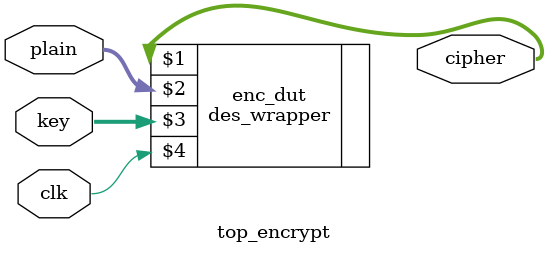
<source format=v>
`timescale 1ns / 1ps


module top_encrypt(
    output [127:0] cipher,
    input [127:0] plain,
    input [127:0] key,
    input clk    
    );
    
  des_wrapper enc_dut(cipher, plain, key, clk);
  
endmodule
</source>
